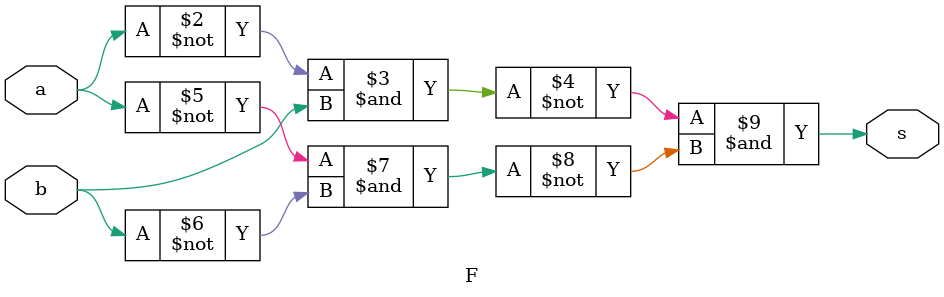
<source format=v>
/*
	R_0103b.v
	842536 - Mateus Henrique Medeiros Diniz
*/

module R0103b;
	wire s;
	reg a, b;
	
	F f (s, a, b);
	
	initial
	begin: main
		integer i;
		
		$display("a b | s");	
		
		a = 0;
		b = 0;
		
		$monitor("%b %b | %b", a, b, s);
		
		for(i = 1; i <= 3; i++) begin
			#1
			
			b = ~b;
			
			if(i % 2 == 0)
				a = ~a;
		end
	end
endmodule

module F (output s, input a, b);
	assign s = ~(~a & b) & ~(~a & ~b);
endmodule

</source>
